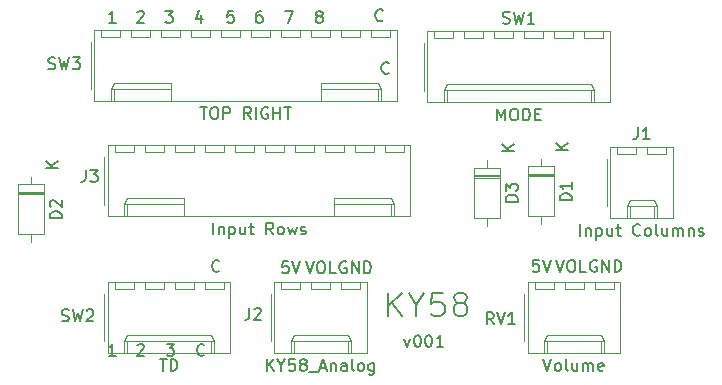
<source format=gbr>
G04 #@! TF.GenerationSoftware,KiCad,Pcbnew,(5.1.5-0-10_14)*
G04 #@! TF.CreationDate,2021-04-18T15:00:39+10:00*
G04 #@! TF.ProjectId,OH - Right Console - 6 - KY-58 Control,4f48202d-2052-4696-9768-7420436f6e73,rev?*
G04 #@! TF.SameCoordinates,Original*
G04 #@! TF.FileFunction,Legend,Top*
G04 #@! TF.FilePolarity,Positive*
%FSLAX46Y46*%
G04 Gerber Fmt 4.6, Leading zero omitted, Abs format (unit mm)*
G04 Created by KiCad (PCBNEW (5.1.5-0-10_14)) date 2021-04-18 15:00:39*
%MOMM*%
%LPD*%
G04 APERTURE LIST*
%ADD10C,0.150000*%
%ADD11C,0.120000*%
G04 APERTURE END LIST*
D10*
X119435523Y-95226142D02*
X119387904Y-95273761D01*
X119245047Y-95321380D01*
X119149809Y-95321380D01*
X119006952Y-95273761D01*
X118911714Y-95178523D01*
X118864095Y-95083285D01*
X118816476Y-94892809D01*
X118816476Y-94749952D01*
X118864095Y-94559476D01*
X118911714Y-94464238D01*
X119006952Y-94369000D01*
X119149809Y-94321380D01*
X119245047Y-94321380D01*
X119387904Y-94369000D01*
X119435523Y-94416619D01*
X105592523Y-116435142D02*
X105544904Y-116482761D01*
X105402047Y-116530380D01*
X105306809Y-116530380D01*
X105163952Y-116482761D01*
X105068714Y-116387523D01*
X105021095Y-116292285D01*
X104973476Y-116101809D01*
X104973476Y-115958952D01*
X105021095Y-115768476D01*
X105068714Y-115673238D01*
X105163952Y-115578000D01*
X105306809Y-115530380D01*
X105402047Y-115530380D01*
X105544904Y-115578000D01*
X105592523Y-115625619D01*
X132651523Y-115530380D02*
X132175333Y-115530380D01*
X132127714Y-116006571D01*
X132175333Y-115958952D01*
X132270571Y-115911333D01*
X132508666Y-115911333D01*
X132603904Y-115958952D01*
X132651523Y-116006571D01*
X132699142Y-116101809D01*
X132699142Y-116339904D01*
X132651523Y-116435142D01*
X132603904Y-116482761D01*
X132508666Y-116530380D01*
X132270571Y-116530380D01*
X132175333Y-116482761D01*
X132127714Y-116435142D01*
X132984857Y-115530380D02*
X133318190Y-116530380D01*
X133651523Y-115530380D01*
X137541095Y-115578000D02*
X137445857Y-115530380D01*
X137303000Y-115530380D01*
X137160142Y-115578000D01*
X137064904Y-115673238D01*
X137017285Y-115768476D01*
X136969666Y-115958952D01*
X136969666Y-116101809D01*
X137017285Y-116292285D01*
X137064904Y-116387523D01*
X137160142Y-116482761D01*
X137303000Y-116530380D01*
X137398238Y-116530380D01*
X137541095Y-116482761D01*
X137588714Y-116435142D01*
X137588714Y-116101809D01*
X137398238Y-116101809D01*
X138017285Y-116530380D02*
X138017285Y-115530380D01*
X138588714Y-116530380D01*
X138588714Y-115530380D01*
X139064904Y-116530380D02*
X139064904Y-115530380D01*
X139303000Y-115530380D01*
X139445857Y-115578000D01*
X139541095Y-115673238D01*
X139588714Y-115768476D01*
X139636333Y-115958952D01*
X139636333Y-116101809D01*
X139588714Y-116292285D01*
X139541095Y-116387523D01*
X139445857Y-116482761D01*
X139303000Y-116530380D01*
X139064904Y-116530380D01*
X134120095Y-115530380D02*
X134453428Y-116530380D01*
X134786761Y-115530380D01*
X135310571Y-115530380D02*
X135501047Y-115530380D01*
X135596285Y-115578000D01*
X135691523Y-115673238D01*
X135739142Y-115863714D01*
X135739142Y-116197047D01*
X135691523Y-116387523D01*
X135596285Y-116482761D01*
X135501047Y-116530380D01*
X135310571Y-116530380D01*
X135215333Y-116482761D01*
X135120095Y-116387523D01*
X135072476Y-116197047D01*
X135072476Y-115863714D01*
X135120095Y-115673238D01*
X135215333Y-115578000D01*
X135310571Y-115530380D01*
X136643904Y-116530380D02*
X136167714Y-116530380D01*
X136167714Y-115530380D01*
X116332095Y-115705000D02*
X116236857Y-115657380D01*
X116094000Y-115657380D01*
X115951142Y-115705000D01*
X115855904Y-115800238D01*
X115808285Y-115895476D01*
X115760666Y-116085952D01*
X115760666Y-116228809D01*
X115808285Y-116419285D01*
X115855904Y-116514523D01*
X115951142Y-116609761D01*
X116094000Y-116657380D01*
X116189238Y-116657380D01*
X116332095Y-116609761D01*
X116379714Y-116562142D01*
X116379714Y-116228809D01*
X116189238Y-116228809D01*
X116808285Y-116657380D02*
X116808285Y-115657380D01*
X117379714Y-116657380D01*
X117379714Y-115657380D01*
X117855904Y-116657380D02*
X117855904Y-115657380D01*
X118094000Y-115657380D01*
X118236857Y-115705000D01*
X118332095Y-115800238D01*
X118379714Y-115895476D01*
X118427333Y-116085952D01*
X118427333Y-116228809D01*
X118379714Y-116419285D01*
X118332095Y-116514523D01*
X118236857Y-116609761D01*
X118094000Y-116657380D01*
X117855904Y-116657380D01*
X112911095Y-115657380D02*
X113244428Y-116657380D01*
X113577761Y-115657380D01*
X114101571Y-115657380D02*
X114292047Y-115657380D01*
X114387285Y-115705000D01*
X114482523Y-115800238D01*
X114530142Y-115990714D01*
X114530142Y-116324047D01*
X114482523Y-116514523D01*
X114387285Y-116609761D01*
X114292047Y-116657380D01*
X114101571Y-116657380D01*
X114006333Y-116609761D01*
X113911095Y-116514523D01*
X113863476Y-116324047D01*
X113863476Y-115990714D01*
X113911095Y-115800238D01*
X114006333Y-115705000D01*
X114101571Y-115657380D01*
X115434904Y-116657380D02*
X114958714Y-116657380D01*
X114958714Y-115657380D01*
X111442523Y-115657380D02*
X110966333Y-115657380D01*
X110918714Y-116133571D01*
X110966333Y-116085952D01*
X111061571Y-116038333D01*
X111299666Y-116038333D01*
X111394904Y-116085952D01*
X111442523Y-116133571D01*
X111490142Y-116228809D01*
X111490142Y-116466904D01*
X111442523Y-116562142D01*
X111394904Y-116609761D01*
X111299666Y-116657380D01*
X111061571Y-116657380D01*
X110966333Y-116609761D01*
X110918714Y-116562142D01*
X111775857Y-115657380D02*
X112109190Y-116657380D01*
X112442523Y-115657380D01*
X113950761Y-94876952D02*
X113855523Y-94829333D01*
X113807904Y-94781714D01*
X113760285Y-94686476D01*
X113760285Y-94638857D01*
X113807904Y-94543619D01*
X113855523Y-94496000D01*
X113950761Y-94448380D01*
X114141238Y-94448380D01*
X114236476Y-94496000D01*
X114284095Y-94543619D01*
X114331714Y-94638857D01*
X114331714Y-94686476D01*
X114284095Y-94781714D01*
X114236476Y-94829333D01*
X114141238Y-94876952D01*
X113950761Y-94876952D01*
X113855523Y-94924571D01*
X113807904Y-94972190D01*
X113760285Y-95067428D01*
X113760285Y-95257904D01*
X113807904Y-95353142D01*
X113855523Y-95400761D01*
X113950761Y-95448380D01*
X114141238Y-95448380D01*
X114236476Y-95400761D01*
X114284095Y-95353142D01*
X114331714Y-95257904D01*
X114331714Y-95067428D01*
X114284095Y-94972190D01*
X114236476Y-94924571D01*
X114141238Y-94876952D01*
X111172666Y-94448380D02*
X111839333Y-94448380D01*
X111410761Y-95448380D01*
X109156476Y-94448380D02*
X108966000Y-94448380D01*
X108870761Y-94496000D01*
X108823142Y-94543619D01*
X108727904Y-94686476D01*
X108680285Y-94876952D01*
X108680285Y-95257904D01*
X108727904Y-95353142D01*
X108775523Y-95400761D01*
X108870761Y-95448380D01*
X109061238Y-95448380D01*
X109156476Y-95400761D01*
X109204095Y-95353142D01*
X109251714Y-95257904D01*
X109251714Y-95019809D01*
X109204095Y-94924571D01*
X109156476Y-94876952D01*
X109061238Y-94829333D01*
X108870761Y-94829333D01*
X108775523Y-94876952D01*
X108727904Y-94924571D01*
X108680285Y-95019809D01*
X106791095Y-94448380D02*
X106314904Y-94448380D01*
X106267285Y-94924571D01*
X106314904Y-94876952D01*
X106410142Y-94829333D01*
X106648238Y-94829333D01*
X106743476Y-94876952D01*
X106791095Y-94924571D01*
X106838714Y-95019809D01*
X106838714Y-95257904D01*
X106791095Y-95353142D01*
X106743476Y-95400761D01*
X106648238Y-95448380D01*
X106410142Y-95448380D01*
X106314904Y-95400761D01*
X106267285Y-95353142D01*
X104076476Y-94781714D02*
X104076476Y-95448380D01*
X103838380Y-94400761D02*
X103600285Y-95115047D01*
X104219333Y-95115047D01*
X101012666Y-94448380D02*
X101631714Y-94448380D01*
X101298380Y-94829333D01*
X101441238Y-94829333D01*
X101536476Y-94876952D01*
X101584095Y-94924571D01*
X101631714Y-95019809D01*
X101631714Y-95257904D01*
X101584095Y-95353142D01*
X101536476Y-95400761D01*
X101441238Y-95448380D01*
X101155523Y-95448380D01*
X101060285Y-95400761D01*
X101012666Y-95353142D01*
X98647285Y-94543619D02*
X98694904Y-94496000D01*
X98790142Y-94448380D01*
X99028238Y-94448380D01*
X99123476Y-94496000D01*
X99171095Y-94543619D01*
X99218714Y-94638857D01*
X99218714Y-94734095D01*
X99171095Y-94876952D01*
X98599666Y-95448380D01*
X99218714Y-95448380D01*
X96805714Y-95448380D02*
X96234285Y-95448380D01*
X96520000Y-95448380D02*
X96520000Y-94448380D01*
X96424761Y-94591238D01*
X96329523Y-94686476D01*
X96234285Y-94734095D01*
X101139666Y-122642380D02*
X101758714Y-122642380D01*
X101425380Y-123023333D01*
X101568238Y-123023333D01*
X101663476Y-123070952D01*
X101711095Y-123118571D01*
X101758714Y-123213809D01*
X101758714Y-123451904D01*
X101711095Y-123547142D01*
X101663476Y-123594761D01*
X101568238Y-123642380D01*
X101282523Y-123642380D01*
X101187285Y-123594761D01*
X101139666Y-123547142D01*
X98647285Y-122737619D02*
X98694904Y-122690000D01*
X98790142Y-122642380D01*
X99028238Y-122642380D01*
X99123476Y-122690000D01*
X99171095Y-122737619D01*
X99218714Y-122832857D01*
X99218714Y-122928095D01*
X99171095Y-123070952D01*
X98599666Y-123642380D01*
X99218714Y-123642380D01*
X96805714Y-123642380D02*
X96234285Y-123642380D01*
X96520000Y-123642380D02*
X96520000Y-122642380D01*
X96424761Y-122785238D01*
X96329523Y-122880476D01*
X96234285Y-122928095D01*
X104322523Y-123547142D02*
X104274904Y-123594761D01*
X104132047Y-123642380D01*
X104036809Y-123642380D01*
X103893952Y-123594761D01*
X103798714Y-123499523D01*
X103751095Y-123404285D01*
X103703476Y-123213809D01*
X103703476Y-123070952D01*
X103751095Y-122880476D01*
X103798714Y-122785238D01*
X103893952Y-122690000D01*
X104036809Y-122642380D01*
X104132047Y-122642380D01*
X104274904Y-122690000D01*
X104322523Y-122737619D01*
X119943523Y-99671142D02*
X119895904Y-99718761D01*
X119753047Y-99766380D01*
X119657809Y-99766380D01*
X119514952Y-99718761D01*
X119419714Y-99623523D01*
X119372095Y-99528285D01*
X119324476Y-99337809D01*
X119324476Y-99194952D01*
X119372095Y-99004476D01*
X119419714Y-98909238D01*
X119514952Y-98814000D01*
X119657809Y-98766380D01*
X119753047Y-98766380D01*
X119895904Y-98814000D01*
X119943523Y-98861619D01*
X121269333Y-122213714D02*
X121507428Y-122880380D01*
X121745523Y-122213714D01*
X122316952Y-121880380D02*
X122412190Y-121880380D01*
X122507428Y-121928000D01*
X122555047Y-121975619D01*
X122602666Y-122070857D01*
X122650285Y-122261333D01*
X122650285Y-122499428D01*
X122602666Y-122689904D01*
X122555047Y-122785142D01*
X122507428Y-122832761D01*
X122412190Y-122880380D01*
X122316952Y-122880380D01*
X122221714Y-122832761D01*
X122174095Y-122785142D01*
X122126476Y-122689904D01*
X122078857Y-122499428D01*
X122078857Y-122261333D01*
X122126476Y-122070857D01*
X122174095Y-121975619D01*
X122221714Y-121928000D01*
X122316952Y-121880380D01*
X123269333Y-121880380D02*
X123364571Y-121880380D01*
X123459809Y-121928000D01*
X123507428Y-121975619D01*
X123555047Y-122070857D01*
X123602666Y-122261333D01*
X123602666Y-122499428D01*
X123555047Y-122689904D01*
X123507428Y-122785142D01*
X123459809Y-122832761D01*
X123364571Y-122880380D01*
X123269333Y-122880380D01*
X123174095Y-122832761D01*
X123126476Y-122785142D01*
X123078857Y-122689904D01*
X123031238Y-122499428D01*
X123031238Y-122261333D01*
X123078857Y-122070857D01*
X123126476Y-121975619D01*
X123174095Y-121928000D01*
X123269333Y-121880380D01*
X124555047Y-122880380D02*
X123983619Y-122880380D01*
X124269333Y-122880380D02*
X124269333Y-121880380D01*
X124174095Y-122023238D01*
X124078857Y-122118476D01*
X123983619Y-122166095D01*
X119904285Y-120284761D02*
X119904285Y-118284761D01*
X121047142Y-120284761D02*
X120190000Y-119141904D01*
X121047142Y-118284761D02*
X119904285Y-119427619D01*
X122285238Y-119332380D02*
X122285238Y-120284761D01*
X121618571Y-118284761D02*
X122285238Y-119332380D01*
X122951904Y-118284761D01*
X124570952Y-118284761D02*
X123618571Y-118284761D01*
X123523333Y-119237142D01*
X123618571Y-119141904D01*
X123809047Y-119046666D01*
X124285238Y-119046666D01*
X124475714Y-119141904D01*
X124570952Y-119237142D01*
X124666190Y-119427619D01*
X124666190Y-119903809D01*
X124570952Y-120094285D01*
X124475714Y-120189523D01*
X124285238Y-120284761D01*
X123809047Y-120284761D01*
X123618571Y-120189523D01*
X123523333Y-120094285D01*
X125809047Y-119141904D02*
X125618571Y-119046666D01*
X125523333Y-118951428D01*
X125428095Y-118760952D01*
X125428095Y-118665714D01*
X125523333Y-118475238D01*
X125618571Y-118380000D01*
X125809047Y-118284761D01*
X126190000Y-118284761D01*
X126380476Y-118380000D01*
X126475714Y-118475238D01*
X126570952Y-118665714D01*
X126570952Y-118760952D01*
X126475714Y-118951428D01*
X126380476Y-119046666D01*
X126190000Y-119141904D01*
X125809047Y-119141904D01*
X125618571Y-119237142D01*
X125523333Y-119332380D01*
X125428095Y-119522857D01*
X125428095Y-119903809D01*
X125523333Y-120094285D01*
X125618571Y-120189523D01*
X125809047Y-120284761D01*
X126190000Y-120284761D01*
X126380476Y-120189523D01*
X126475714Y-120094285D01*
X126570952Y-119903809D01*
X126570952Y-119522857D01*
X126475714Y-119332380D01*
X126380476Y-119237142D01*
X126190000Y-119141904D01*
D11*
X120053000Y-96630000D02*
X120053000Y-96030000D01*
X118453000Y-96630000D02*
X120053000Y-96630000D01*
X118453000Y-96030000D02*
X118453000Y-96630000D01*
X117513000Y-96630000D02*
X117513000Y-96030000D01*
X115913000Y-96630000D02*
X117513000Y-96630000D01*
X115913000Y-96030000D02*
X115913000Y-96630000D01*
X114973000Y-96630000D02*
X114973000Y-96030000D01*
X113373000Y-96630000D02*
X114973000Y-96630000D01*
X113373000Y-96030000D02*
X113373000Y-96630000D01*
X112433000Y-96630000D02*
X112433000Y-96030000D01*
X110833000Y-96630000D02*
X112433000Y-96630000D01*
X110833000Y-96030000D02*
X110833000Y-96630000D01*
X109893000Y-96630000D02*
X109893000Y-96030000D01*
X108293000Y-96630000D02*
X109893000Y-96630000D01*
X108293000Y-96030000D02*
X108293000Y-96630000D01*
X107353000Y-96630000D02*
X107353000Y-96030000D01*
X105753000Y-96630000D02*
X107353000Y-96630000D01*
X105753000Y-96030000D02*
X105753000Y-96630000D01*
X104813000Y-96630000D02*
X104813000Y-96030000D01*
X103213000Y-96630000D02*
X104813000Y-96630000D01*
X103213000Y-96030000D02*
X103213000Y-96630000D01*
X102273000Y-96630000D02*
X102273000Y-96030000D01*
X100673000Y-96630000D02*
X102273000Y-96630000D01*
X100673000Y-96030000D02*
X100673000Y-96630000D01*
X99733000Y-96630000D02*
X99733000Y-96030000D01*
X98133000Y-96630000D02*
X99733000Y-96630000D01*
X98133000Y-96030000D02*
X98133000Y-96630000D01*
X97193000Y-96630000D02*
X97193000Y-96030000D01*
X95593000Y-96630000D02*
X97193000Y-96630000D01*
X95593000Y-96030000D02*
X95593000Y-96630000D01*
X119003000Y-102050000D02*
X119003000Y-101050000D01*
X114173000Y-100520000D02*
X114173000Y-101050000D01*
X119003000Y-100520000D02*
X114173000Y-100520000D01*
X119253000Y-101050000D02*
X119003000Y-100520000D01*
X114173000Y-101050000D02*
X114173000Y-102050000D01*
X119253000Y-101050000D02*
X114173000Y-101050000D01*
X119253000Y-102050000D02*
X119253000Y-101050000D01*
X96643000Y-102050000D02*
X96643000Y-101050000D01*
X101473000Y-100520000D02*
X101473000Y-101050000D01*
X96643000Y-100520000D02*
X101473000Y-100520000D01*
X96393000Y-101050000D02*
X96643000Y-100520000D01*
X101473000Y-101050000D02*
X101473000Y-102050000D01*
X96393000Y-101050000D02*
X101473000Y-101050000D01*
X96393000Y-102050000D02*
X96393000Y-101050000D01*
X94723000Y-97060000D02*
X94723000Y-101060000D01*
X120633000Y-96030000D02*
X95013000Y-96030000D01*
X120633000Y-102050000D02*
X120633000Y-96030000D01*
X95013000Y-102050000D02*
X120633000Y-102050000D01*
X95013000Y-96030000D02*
X95013000Y-102050000D01*
X105956000Y-117966000D02*
X105956000Y-117366000D01*
X104356000Y-117966000D02*
X105956000Y-117966000D01*
X104356000Y-117366000D02*
X104356000Y-117966000D01*
X103416000Y-117966000D02*
X103416000Y-117366000D01*
X101816000Y-117966000D02*
X103416000Y-117966000D01*
X101816000Y-117366000D02*
X101816000Y-117966000D01*
X100876000Y-117966000D02*
X100876000Y-117366000D01*
X99276000Y-117966000D02*
X100876000Y-117966000D01*
X99276000Y-117366000D02*
X99276000Y-117966000D01*
X98336000Y-117966000D02*
X98336000Y-117366000D01*
X96736000Y-117966000D02*
X98336000Y-117966000D01*
X96736000Y-117366000D02*
X96736000Y-117966000D01*
X104906000Y-123386000D02*
X104906000Y-122386000D01*
X97786000Y-123386000D02*
X97786000Y-122386000D01*
X104906000Y-121856000D02*
X105156000Y-122386000D01*
X97786000Y-121856000D02*
X104906000Y-121856000D01*
X97536000Y-122386000D02*
X97786000Y-121856000D01*
X105156000Y-122386000D02*
X105156000Y-123386000D01*
X97536000Y-122386000D02*
X105156000Y-122386000D01*
X97536000Y-123386000D02*
X97536000Y-122386000D01*
X95866000Y-118396000D02*
X95866000Y-122396000D01*
X106536000Y-117366000D02*
X96156000Y-117366000D01*
X106536000Y-123386000D02*
X106536000Y-117366000D01*
X96156000Y-123386000D02*
X106536000Y-123386000D01*
X96156000Y-117366000D02*
X96156000Y-123386000D01*
X138087000Y-96757000D02*
X138087000Y-96157000D01*
X136487000Y-96757000D02*
X138087000Y-96757000D01*
X136487000Y-96157000D02*
X136487000Y-96757000D01*
X135547000Y-96757000D02*
X135547000Y-96157000D01*
X133947000Y-96757000D02*
X135547000Y-96757000D01*
X133947000Y-96157000D02*
X133947000Y-96757000D01*
X133007000Y-96757000D02*
X133007000Y-96157000D01*
X131407000Y-96757000D02*
X133007000Y-96757000D01*
X131407000Y-96157000D02*
X131407000Y-96757000D01*
X130467000Y-96757000D02*
X130467000Y-96157000D01*
X128867000Y-96757000D02*
X130467000Y-96757000D01*
X128867000Y-96157000D02*
X128867000Y-96757000D01*
X127927000Y-96757000D02*
X127927000Y-96157000D01*
X126327000Y-96757000D02*
X127927000Y-96757000D01*
X126327000Y-96157000D02*
X126327000Y-96757000D01*
X125387000Y-96757000D02*
X125387000Y-96157000D01*
X123787000Y-96757000D02*
X125387000Y-96757000D01*
X123787000Y-96157000D02*
X123787000Y-96757000D01*
X137037000Y-102177000D02*
X137037000Y-101177000D01*
X124837000Y-102177000D02*
X124837000Y-101177000D01*
X137037000Y-100647000D02*
X137287000Y-101177000D01*
X124837000Y-100647000D02*
X137037000Y-100647000D01*
X124587000Y-101177000D02*
X124837000Y-100647000D01*
X137287000Y-101177000D02*
X137287000Y-102177000D01*
X124587000Y-101177000D02*
X137287000Y-101177000D01*
X124587000Y-102177000D02*
X124587000Y-101177000D01*
X122917000Y-97187000D02*
X122917000Y-101187000D01*
X138667000Y-96157000D02*
X123207000Y-96157000D01*
X138667000Y-102177000D02*
X138667000Y-96157000D01*
X123207000Y-102177000D02*
X138667000Y-102177000D01*
X123207000Y-96157000D02*
X123207000Y-102177000D01*
X138976000Y-117966000D02*
X138976000Y-117366000D01*
X137376000Y-117966000D02*
X138976000Y-117966000D01*
X137376000Y-117366000D02*
X137376000Y-117966000D01*
X136436000Y-117966000D02*
X136436000Y-117366000D01*
X134836000Y-117966000D02*
X136436000Y-117966000D01*
X134836000Y-117366000D02*
X134836000Y-117966000D01*
X133896000Y-117966000D02*
X133896000Y-117366000D01*
X132296000Y-117966000D02*
X133896000Y-117966000D01*
X132296000Y-117366000D02*
X132296000Y-117966000D01*
X137926000Y-123386000D02*
X137926000Y-122386000D01*
X133346000Y-123386000D02*
X133346000Y-122386000D01*
X137926000Y-121856000D02*
X138176000Y-122386000D01*
X133346000Y-121856000D02*
X137926000Y-121856000D01*
X133096000Y-122386000D02*
X133346000Y-121856000D01*
X138176000Y-122386000D02*
X138176000Y-123386000D01*
X133096000Y-122386000D02*
X138176000Y-122386000D01*
X133096000Y-123386000D02*
X133096000Y-122386000D01*
X131426000Y-118396000D02*
X131426000Y-122396000D01*
X139556000Y-117366000D02*
X131716000Y-117366000D01*
X139556000Y-123386000D02*
X139556000Y-117366000D01*
X131716000Y-123386000D02*
X139556000Y-123386000D01*
X131716000Y-117366000D02*
X131716000Y-123386000D01*
X121196000Y-106409000D02*
X121196000Y-105809000D01*
X119596000Y-106409000D02*
X121196000Y-106409000D01*
X119596000Y-105809000D02*
X119596000Y-106409000D01*
X118656000Y-106409000D02*
X118656000Y-105809000D01*
X117056000Y-106409000D02*
X118656000Y-106409000D01*
X117056000Y-105809000D02*
X117056000Y-106409000D01*
X116116000Y-106409000D02*
X116116000Y-105809000D01*
X114516000Y-106409000D02*
X116116000Y-106409000D01*
X114516000Y-105809000D02*
X114516000Y-106409000D01*
X113576000Y-106409000D02*
X113576000Y-105809000D01*
X111976000Y-106409000D02*
X113576000Y-106409000D01*
X111976000Y-105809000D02*
X111976000Y-106409000D01*
X111036000Y-106409000D02*
X111036000Y-105809000D01*
X109436000Y-106409000D02*
X111036000Y-106409000D01*
X109436000Y-105809000D02*
X109436000Y-106409000D01*
X108496000Y-106409000D02*
X108496000Y-105809000D01*
X106896000Y-106409000D02*
X108496000Y-106409000D01*
X106896000Y-105809000D02*
X106896000Y-106409000D01*
X105956000Y-106409000D02*
X105956000Y-105809000D01*
X104356000Y-106409000D02*
X105956000Y-106409000D01*
X104356000Y-105809000D02*
X104356000Y-106409000D01*
X103416000Y-106409000D02*
X103416000Y-105809000D01*
X101816000Y-106409000D02*
X103416000Y-106409000D01*
X101816000Y-105809000D02*
X101816000Y-106409000D01*
X100876000Y-106409000D02*
X100876000Y-105809000D01*
X99276000Y-106409000D02*
X100876000Y-106409000D01*
X99276000Y-105809000D02*
X99276000Y-106409000D01*
X98336000Y-106409000D02*
X98336000Y-105809000D01*
X96736000Y-106409000D02*
X98336000Y-106409000D01*
X96736000Y-105809000D02*
X96736000Y-106409000D01*
X120146000Y-111829000D02*
X120146000Y-110829000D01*
X115316000Y-110299000D02*
X115316000Y-110829000D01*
X120146000Y-110299000D02*
X115316000Y-110299000D01*
X120396000Y-110829000D02*
X120146000Y-110299000D01*
X115316000Y-110829000D02*
X115316000Y-111829000D01*
X120396000Y-110829000D02*
X115316000Y-110829000D01*
X120396000Y-111829000D02*
X120396000Y-110829000D01*
X97786000Y-111829000D02*
X97786000Y-110829000D01*
X102616000Y-110299000D02*
X102616000Y-110829000D01*
X97786000Y-110299000D02*
X102616000Y-110299000D01*
X97536000Y-110829000D02*
X97786000Y-110299000D01*
X102616000Y-110829000D02*
X102616000Y-111829000D01*
X97536000Y-110829000D02*
X102616000Y-110829000D01*
X97536000Y-111829000D02*
X97536000Y-110829000D01*
X95866000Y-106839000D02*
X95866000Y-110839000D01*
X121776000Y-105809000D02*
X96156000Y-105809000D01*
X121776000Y-111829000D02*
X121776000Y-105809000D01*
X96156000Y-111829000D02*
X121776000Y-111829000D01*
X96156000Y-105809000D02*
X96156000Y-111829000D01*
X117513000Y-117966000D02*
X117513000Y-117366000D01*
X115913000Y-117966000D02*
X117513000Y-117966000D01*
X115913000Y-117366000D02*
X115913000Y-117966000D01*
X114973000Y-117966000D02*
X114973000Y-117366000D01*
X113373000Y-117966000D02*
X114973000Y-117966000D01*
X113373000Y-117366000D02*
X113373000Y-117966000D01*
X112433000Y-117966000D02*
X112433000Y-117366000D01*
X110833000Y-117966000D02*
X112433000Y-117966000D01*
X110833000Y-117366000D02*
X110833000Y-117966000D01*
X116463000Y-123386000D02*
X116463000Y-122386000D01*
X111883000Y-123386000D02*
X111883000Y-122386000D01*
X116463000Y-121856000D02*
X116713000Y-122386000D01*
X111883000Y-121856000D02*
X116463000Y-121856000D01*
X111633000Y-122386000D02*
X111883000Y-121856000D01*
X116713000Y-122386000D02*
X116713000Y-123386000D01*
X111633000Y-122386000D02*
X116713000Y-122386000D01*
X111633000Y-123386000D02*
X111633000Y-122386000D01*
X109963000Y-118396000D02*
X109963000Y-122396000D01*
X118093000Y-117366000D02*
X110253000Y-117366000D01*
X118093000Y-123386000D02*
X118093000Y-117366000D01*
X110253000Y-123386000D02*
X118093000Y-123386000D01*
X110253000Y-117366000D02*
X110253000Y-123386000D01*
X143421000Y-106536000D02*
X143421000Y-105936000D01*
X141821000Y-106536000D02*
X143421000Y-106536000D01*
X141821000Y-105936000D02*
X141821000Y-106536000D01*
X140881000Y-106536000D02*
X140881000Y-105936000D01*
X139281000Y-106536000D02*
X140881000Y-106536000D01*
X139281000Y-105936000D02*
X139281000Y-106536000D01*
X142371000Y-111956000D02*
X142371000Y-110956000D01*
X140331000Y-111956000D02*
X140331000Y-110956000D01*
X142371000Y-110426000D02*
X142621000Y-110956000D01*
X140331000Y-110426000D02*
X142371000Y-110426000D01*
X140081000Y-110956000D02*
X140331000Y-110426000D01*
X142621000Y-110956000D02*
X142621000Y-111956000D01*
X140081000Y-110956000D02*
X142621000Y-110956000D01*
X140081000Y-111956000D02*
X140081000Y-110956000D01*
X138411000Y-106966000D02*
X138411000Y-110966000D01*
X144001000Y-105936000D02*
X138701000Y-105936000D01*
X144001000Y-111956000D02*
X144001000Y-105936000D01*
X138701000Y-111956000D02*
X144001000Y-111956000D01*
X138701000Y-105936000D02*
X138701000Y-111956000D01*
X129390000Y-108335000D02*
X127150000Y-108335000D01*
X129390000Y-108575000D02*
X127150000Y-108575000D01*
X129390000Y-108455000D02*
X127150000Y-108455000D01*
X128270000Y-112625000D02*
X128270000Y-111975000D01*
X128270000Y-107085000D02*
X128270000Y-107735000D01*
X129390000Y-111975000D02*
X129390000Y-107735000D01*
X127150000Y-111975000D02*
X129390000Y-111975000D01*
X127150000Y-107735000D02*
X127150000Y-111975000D01*
X129390000Y-107735000D02*
X127150000Y-107735000D01*
X90782000Y-109732000D02*
X88542000Y-109732000D01*
X90782000Y-109972000D02*
X88542000Y-109972000D01*
X90782000Y-109852000D02*
X88542000Y-109852000D01*
X89662000Y-114022000D02*
X89662000Y-113372000D01*
X89662000Y-108482000D02*
X89662000Y-109132000D01*
X90782000Y-113372000D02*
X90782000Y-109132000D01*
X88542000Y-113372000D02*
X90782000Y-113372000D01*
X88542000Y-109132000D02*
X88542000Y-113372000D01*
X90782000Y-109132000D02*
X88542000Y-109132000D01*
X133962000Y-108208000D02*
X131722000Y-108208000D01*
X133962000Y-108448000D02*
X131722000Y-108448000D01*
X133962000Y-108328000D02*
X131722000Y-108328000D01*
X132842000Y-112498000D02*
X132842000Y-111848000D01*
X132842000Y-106958000D02*
X132842000Y-107608000D01*
X133962000Y-111848000D02*
X133962000Y-107608000D01*
X131722000Y-111848000D02*
X133962000Y-111848000D01*
X131722000Y-107608000D02*
X131722000Y-111848000D01*
X133962000Y-107608000D02*
X131722000Y-107608000D01*
D10*
X91122666Y-99337761D02*
X91265523Y-99385380D01*
X91503619Y-99385380D01*
X91598857Y-99337761D01*
X91646476Y-99290142D01*
X91694095Y-99194904D01*
X91694095Y-99099666D01*
X91646476Y-99004428D01*
X91598857Y-98956809D01*
X91503619Y-98909190D01*
X91313142Y-98861571D01*
X91217904Y-98813952D01*
X91170285Y-98766333D01*
X91122666Y-98671095D01*
X91122666Y-98575857D01*
X91170285Y-98480619D01*
X91217904Y-98433000D01*
X91313142Y-98385380D01*
X91551238Y-98385380D01*
X91694095Y-98433000D01*
X92027428Y-98385380D02*
X92265523Y-99385380D01*
X92456000Y-98671095D01*
X92646476Y-99385380D01*
X92884571Y-98385380D01*
X93170285Y-98385380D02*
X93789333Y-98385380D01*
X93456000Y-98766333D01*
X93598857Y-98766333D01*
X93694095Y-98813952D01*
X93741714Y-98861571D01*
X93789333Y-98956809D01*
X93789333Y-99194904D01*
X93741714Y-99290142D01*
X93694095Y-99337761D01*
X93598857Y-99385380D01*
X93313142Y-99385380D01*
X93217904Y-99337761D01*
X93170285Y-99290142D01*
X103989666Y-102592380D02*
X104561095Y-102592380D01*
X104275380Y-103592380D02*
X104275380Y-102592380D01*
X105084904Y-102592380D02*
X105275380Y-102592380D01*
X105370619Y-102640000D01*
X105465857Y-102735238D01*
X105513476Y-102925714D01*
X105513476Y-103259047D01*
X105465857Y-103449523D01*
X105370619Y-103544761D01*
X105275380Y-103592380D01*
X105084904Y-103592380D01*
X104989666Y-103544761D01*
X104894428Y-103449523D01*
X104846809Y-103259047D01*
X104846809Y-102925714D01*
X104894428Y-102735238D01*
X104989666Y-102640000D01*
X105084904Y-102592380D01*
X105942047Y-103592380D02*
X105942047Y-102592380D01*
X106323000Y-102592380D01*
X106418238Y-102640000D01*
X106465857Y-102687619D01*
X106513476Y-102782857D01*
X106513476Y-102925714D01*
X106465857Y-103020952D01*
X106418238Y-103068571D01*
X106323000Y-103116190D01*
X105942047Y-103116190D01*
X108275380Y-103592380D02*
X107942047Y-103116190D01*
X107703952Y-103592380D02*
X107703952Y-102592380D01*
X108084904Y-102592380D01*
X108180142Y-102640000D01*
X108227761Y-102687619D01*
X108275380Y-102782857D01*
X108275380Y-102925714D01*
X108227761Y-103020952D01*
X108180142Y-103068571D01*
X108084904Y-103116190D01*
X107703952Y-103116190D01*
X108703952Y-103592380D02*
X108703952Y-102592380D01*
X109703952Y-102640000D02*
X109608714Y-102592380D01*
X109465857Y-102592380D01*
X109323000Y-102640000D01*
X109227761Y-102735238D01*
X109180142Y-102830476D01*
X109132523Y-103020952D01*
X109132523Y-103163809D01*
X109180142Y-103354285D01*
X109227761Y-103449523D01*
X109323000Y-103544761D01*
X109465857Y-103592380D01*
X109561095Y-103592380D01*
X109703952Y-103544761D01*
X109751571Y-103497142D01*
X109751571Y-103163809D01*
X109561095Y-103163809D01*
X110180142Y-103592380D02*
X110180142Y-102592380D01*
X110180142Y-103068571D02*
X110751571Y-103068571D01*
X110751571Y-103592380D02*
X110751571Y-102592380D01*
X111084904Y-102592380D02*
X111656333Y-102592380D01*
X111370619Y-103592380D02*
X111370619Y-102592380D01*
X92265666Y-120673761D02*
X92408523Y-120721380D01*
X92646619Y-120721380D01*
X92741857Y-120673761D01*
X92789476Y-120626142D01*
X92837095Y-120530904D01*
X92837095Y-120435666D01*
X92789476Y-120340428D01*
X92741857Y-120292809D01*
X92646619Y-120245190D01*
X92456142Y-120197571D01*
X92360904Y-120149952D01*
X92313285Y-120102333D01*
X92265666Y-120007095D01*
X92265666Y-119911857D01*
X92313285Y-119816619D01*
X92360904Y-119769000D01*
X92456142Y-119721380D01*
X92694238Y-119721380D01*
X92837095Y-119769000D01*
X93170428Y-119721380D02*
X93408523Y-120721380D01*
X93599000Y-120007095D01*
X93789476Y-120721380D01*
X94027571Y-119721380D01*
X94360904Y-119816619D02*
X94408523Y-119769000D01*
X94503761Y-119721380D01*
X94741857Y-119721380D01*
X94837095Y-119769000D01*
X94884714Y-119816619D01*
X94932333Y-119911857D01*
X94932333Y-120007095D01*
X94884714Y-120149952D01*
X94313285Y-120721380D01*
X94932333Y-120721380D01*
X100560285Y-123928380D02*
X101131714Y-123928380D01*
X100846000Y-124928380D02*
X100846000Y-123928380D01*
X101465047Y-124928380D02*
X101465047Y-123928380D01*
X101703142Y-123928380D01*
X101846000Y-123976000D01*
X101941238Y-124071238D01*
X101988857Y-124166476D01*
X102036476Y-124356952D01*
X102036476Y-124499809D01*
X101988857Y-124690285D01*
X101941238Y-124785523D01*
X101846000Y-124880761D01*
X101703142Y-124928380D01*
X101465047Y-124928380D01*
X129603666Y-95471761D02*
X129746523Y-95519380D01*
X129984619Y-95519380D01*
X130079857Y-95471761D01*
X130127476Y-95424142D01*
X130175095Y-95328904D01*
X130175095Y-95233666D01*
X130127476Y-95138428D01*
X130079857Y-95090809D01*
X129984619Y-95043190D01*
X129794142Y-94995571D01*
X129698904Y-94947952D01*
X129651285Y-94900333D01*
X129603666Y-94805095D01*
X129603666Y-94709857D01*
X129651285Y-94614619D01*
X129698904Y-94567000D01*
X129794142Y-94519380D01*
X130032238Y-94519380D01*
X130175095Y-94567000D01*
X130508428Y-94519380D02*
X130746523Y-95519380D01*
X130937000Y-94805095D01*
X131127476Y-95519380D01*
X131365571Y-94519380D01*
X132270333Y-95519380D02*
X131698904Y-95519380D01*
X131984619Y-95519380D02*
X131984619Y-94519380D01*
X131889380Y-94662238D01*
X131794142Y-94757476D01*
X131698904Y-94805095D01*
X129127476Y-103719380D02*
X129127476Y-102719380D01*
X129460809Y-103433666D01*
X129794142Y-102719380D01*
X129794142Y-103719380D01*
X130460809Y-102719380D02*
X130651285Y-102719380D01*
X130746523Y-102767000D01*
X130841761Y-102862238D01*
X130889380Y-103052714D01*
X130889380Y-103386047D01*
X130841761Y-103576523D01*
X130746523Y-103671761D01*
X130651285Y-103719380D01*
X130460809Y-103719380D01*
X130365571Y-103671761D01*
X130270333Y-103576523D01*
X130222714Y-103386047D01*
X130222714Y-103052714D01*
X130270333Y-102862238D01*
X130365571Y-102767000D01*
X130460809Y-102719380D01*
X131317952Y-103719380D02*
X131317952Y-102719380D01*
X131556047Y-102719380D01*
X131698904Y-102767000D01*
X131794142Y-102862238D01*
X131841761Y-102957476D01*
X131889380Y-103147952D01*
X131889380Y-103290809D01*
X131841761Y-103481285D01*
X131794142Y-103576523D01*
X131698904Y-103671761D01*
X131556047Y-103719380D01*
X131317952Y-103719380D01*
X132317952Y-103195571D02*
X132651285Y-103195571D01*
X132794142Y-103719380D02*
X132317952Y-103719380D01*
X132317952Y-102719380D01*
X132794142Y-102719380D01*
X128817761Y-120975380D02*
X128484428Y-120499190D01*
X128246333Y-120975380D02*
X128246333Y-119975380D01*
X128627285Y-119975380D01*
X128722523Y-120023000D01*
X128770142Y-120070619D01*
X128817761Y-120165857D01*
X128817761Y-120308714D01*
X128770142Y-120403952D01*
X128722523Y-120451571D01*
X128627285Y-120499190D01*
X128246333Y-120499190D01*
X129103476Y-119975380D02*
X129436809Y-120975380D01*
X129770142Y-119975380D01*
X130627285Y-120975380D02*
X130055857Y-120975380D01*
X130341571Y-120975380D02*
X130341571Y-119975380D01*
X130246333Y-120118238D01*
X130151095Y-120213476D01*
X130055857Y-120261095D01*
X133040761Y-123928380D02*
X133374095Y-124928380D01*
X133707428Y-123928380D01*
X134183619Y-124928380D02*
X134088380Y-124880761D01*
X134040761Y-124833142D01*
X133993142Y-124737904D01*
X133993142Y-124452190D01*
X134040761Y-124356952D01*
X134088380Y-124309333D01*
X134183619Y-124261714D01*
X134326476Y-124261714D01*
X134421714Y-124309333D01*
X134469333Y-124356952D01*
X134516952Y-124452190D01*
X134516952Y-124737904D01*
X134469333Y-124833142D01*
X134421714Y-124880761D01*
X134326476Y-124928380D01*
X134183619Y-124928380D01*
X135088380Y-124928380D02*
X134993142Y-124880761D01*
X134945523Y-124785523D01*
X134945523Y-123928380D01*
X135897904Y-124261714D02*
X135897904Y-124928380D01*
X135469333Y-124261714D02*
X135469333Y-124785523D01*
X135516952Y-124880761D01*
X135612190Y-124928380D01*
X135755047Y-124928380D01*
X135850285Y-124880761D01*
X135897904Y-124833142D01*
X136374095Y-124928380D02*
X136374095Y-124261714D01*
X136374095Y-124356952D02*
X136421714Y-124309333D01*
X136516952Y-124261714D01*
X136659809Y-124261714D01*
X136755047Y-124309333D01*
X136802666Y-124404571D01*
X136802666Y-124928380D01*
X136802666Y-124404571D02*
X136850285Y-124309333D01*
X136945523Y-124261714D01*
X137088380Y-124261714D01*
X137183619Y-124309333D01*
X137231238Y-124404571D01*
X137231238Y-124928380D01*
X138088380Y-124880761D02*
X137993142Y-124928380D01*
X137802666Y-124928380D01*
X137707428Y-124880761D01*
X137659809Y-124785523D01*
X137659809Y-124404571D01*
X137707428Y-124309333D01*
X137802666Y-124261714D01*
X137993142Y-124261714D01*
X138088380Y-124309333D01*
X138136000Y-124404571D01*
X138136000Y-124499809D01*
X137659809Y-124595047D01*
X94281666Y-107910380D02*
X94281666Y-108624666D01*
X94234047Y-108767523D01*
X94138809Y-108862761D01*
X93995952Y-108910380D01*
X93900714Y-108910380D01*
X94662619Y-107910380D02*
X95281666Y-107910380D01*
X94948333Y-108291333D01*
X95091190Y-108291333D01*
X95186428Y-108338952D01*
X95234047Y-108386571D01*
X95281666Y-108481809D01*
X95281666Y-108719904D01*
X95234047Y-108815142D01*
X95186428Y-108862761D01*
X95091190Y-108910380D01*
X94805476Y-108910380D01*
X94710238Y-108862761D01*
X94662619Y-108815142D01*
X105061238Y-113371380D02*
X105061238Y-112371380D01*
X105537428Y-112704714D02*
X105537428Y-113371380D01*
X105537428Y-112799952D02*
X105585047Y-112752333D01*
X105680285Y-112704714D01*
X105823142Y-112704714D01*
X105918380Y-112752333D01*
X105966000Y-112847571D01*
X105966000Y-113371380D01*
X106442190Y-112704714D02*
X106442190Y-113704714D01*
X106442190Y-112752333D02*
X106537428Y-112704714D01*
X106727904Y-112704714D01*
X106823142Y-112752333D01*
X106870761Y-112799952D01*
X106918380Y-112895190D01*
X106918380Y-113180904D01*
X106870761Y-113276142D01*
X106823142Y-113323761D01*
X106727904Y-113371380D01*
X106537428Y-113371380D01*
X106442190Y-113323761D01*
X107775523Y-112704714D02*
X107775523Y-113371380D01*
X107346952Y-112704714D02*
X107346952Y-113228523D01*
X107394571Y-113323761D01*
X107489809Y-113371380D01*
X107632666Y-113371380D01*
X107727904Y-113323761D01*
X107775523Y-113276142D01*
X108108857Y-112704714D02*
X108489809Y-112704714D01*
X108251714Y-112371380D02*
X108251714Y-113228523D01*
X108299333Y-113323761D01*
X108394571Y-113371380D01*
X108489809Y-113371380D01*
X110156476Y-113371380D02*
X109823142Y-112895190D01*
X109585047Y-113371380D02*
X109585047Y-112371380D01*
X109966000Y-112371380D01*
X110061238Y-112419000D01*
X110108857Y-112466619D01*
X110156476Y-112561857D01*
X110156476Y-112704714D01*
X110108857Y-112799952D01*
X110061238Y-112847571D01*
X109966000Y-112895190D01*
X109585047Y-112895190D01*
X110727904Y-113371380D02*
X110632666Y-113323761D01*
X110585047Y-113276142D01*
X110537428Y-113180904D01*
X110537428Y-112895190D01*
X110585047Y-112799952D01*
X110632666Y-112752333D01*
X110727904Y-112704714D01*
X110870761Y-112704714D01*
X110966000Y-112752333D01*
X111013619Y-112799952D01*
X111061238Y-112895190D01*
X111061238Y-113180904D01*
X111013619Y-113276142D01*
X110966000Y-113323761D01*
X110870761Y-113371380D01*
X110727904Y-113371380D01*
X111394571Y-112704714D02*
X111585047Y-113371380D01*
X111775523Y-112895190D01*
X111966000Y-113371380D01*
X112156476Y-112704714D01*
X112489809Y-113323761D02*
X112585047Y-113371380D01*
X112775523Y-113371380D01*
X112870761Y-113323761D01*
X112918380Y-113228523D01*
X112918380Y-113180904D01*
X112870761Y-113085666D01*
X112775523Y-113038047D01*
X112632666Y-113038047D01*
X112537428Y-112990428D01*
X112489809Y-112895190D01*
X112489809Y-112847571D01*
X112537428Y-112752333D01*
X112632666Y-112704714D01*
X112775523Y-112704714D01*
X112870761Y-112752333D01*
X108124666Y-119594380D02*
X108124666Y-120308666D01*
X108077047Y-120451523D01*
X107981809Y-120546761D01*
X107838952Y-120594380D01*
X107743714Y-120594380D01*
X108553238Y-119689619D02*
X108600857Y-119642000D01*
X108696095Y-119594380D01*
X108934190Y-119594380D01*
X109029428Y-119642000D01*
X109077047Y-119689619D01*
X109124666Y-119784857D01*
X109124666Y-119880095D01*
X109077047Y-120022952D01*
X108505619Y-120594380D01*
X109124666Y-120594380D01*
X109649190Y-124928380D02*
X109649190Y-123928380D01*
X110220619Y-124928380D02*
X109792047Y-124356952D01*
X110220619Y-123928380D02*
X109649190Y-124499809D01*
X110839666Y-124452190D02*
X110839666Y-124928380D01*
X110506333Y-123928380D02*
X110839666Y-124452190D01*
X111173000Y-123928380D01*
X111982523Y-123928380D02*
X111506333Y-123928380D01*
X111458714Y-124404571D01*
X111506333Y-124356952D01*
X111601571Y-124309333D01*
X111839666Y-124309333D01*
X111934904Y-124356952D01*
X111982523Y-124404571D01*
X112030142Y-124499809D01*
X112030142Y-124737904D01*
X111982523Y-124833142D01*
X111934904Y-124880761D01*
X111839666Y-124928380D01*
X111601571Y-124928380D01*
X111506333Y-124880761D01*
X111458714Y-124833142D01*
X112601571Y-124356952D02*
X112506333Y-124309333D01*
X112458714Y-124261714D01*
X112411095Y-124166476D01*
X112411095Y-124118857D01*
X112458714Y-124023619D01*
X112506333Y-123976000D01*
X112601571Y-123928380D01*
X112792047Y-123928380D01*
X112887285Y-123976000D01*
X112934904Y-124023619D01*
X112982523Y-124118857D01*
X112982523Y-124166476D01*
X112934904Y-124261714D01*
X112887285Y-124309333D01*
X112792047Y-124356952D01*
X112601571Y-124356952D01*
X112506333Y-124404571D01*
X112458714Y-124452190D01*
X112411095Y-124547428D01*
X112411095Y-124737904D01*
X112458714Y-124833142D01*
X112506333Y-124880761D01*
X112601571Y-124928380D01*
X112792047Y-124928380D01*
X112887285Y-124880761D01*
X112934904Y-124833142D01*
X112982523Y-124737904D01*
X112982523Y-124547428D01*
X112934904Y-124452190D01*
X112887285Y-124404571D01*
X112792047Y-124356952D01*
X113173000Y-125023619D02*
X113934904Y-125023619D01*
X114125380Y-124642666D02*
X114601571Y-124642666D01*
X114030142Y-124928380D02*
X114363476Y-123928380D01*
X114696809Y-124928380D01*
X115030142Y-124261714D02*
X115030142Y-124928380D01*
X115030142Y-124356952D02*
X115077761Y-124309333D01*
X115173000Y-124261714D01*
X115315857Y-124261714D01*
X115411095Y-124309333D01*
X115458714Y-124404571D01*
X115458714Y-124928380D01*
X116363476Y-124928380D02*
X116363476Y-124404571D01*
X116315857Y-124309333D01*
X116220619Y-124261714D01*
X116030142Y-124261714D01*
X115934904Y-124309333D01*
X116363476Y-124880761D02*
X116268238Y-124928380D01*
X116030142Y-124928380D01*
X115934904Y-124880761D01*
X115887285Y-124785523D01*
X115887285Y-124690285D01*
X115934904Y-124595047D01*
X116030142Y-124547428D01*
X116268238Y-124547428D01*
X116363476Y-124499809D01*
X116982523Y-124928380D02*
X116887285Y-124880761D01*
X116839666Y-124785523D01*
X116839666Y-123928380D01*
X117506333Y-124928380D02*
X117411095Y-124880761D01*
X117363476Y-124833142D01*
X117315857Y-124737904D01*
X117315857Y-124452190D01*
X117363476Y-124356952D01*
X117411095Y-124309333D01*
X117506333Y-124261714D01*
X117649190Y-124261714D01*
X117744428Y-124309333D01*
X117792047Y-124356952D01*
X117839666Y-124452190D01*
X117839666Y-124737904D01*
X117792047Y-124833142D01*
X117744428Y-124880761D01*
X117649190Y-124928380D01*
X117506333Y-124928380D01*
X118696809Y-124261714D02*
X118696809Y-125071238D01*
X118649190Y-125166476D01*
X118601571Y-125214095D01*
X118506333Y-125261714D01*
X118363476Y-125261714D01*
X118268238Y-125214095D01*
X118696809Y-124880761D02*
X118601571Y-124928380D01*
X118411095Y-124928380D01*
X118315857Y-124880761D01*
X118268238Y-124833142D01*
X118220619Y-124737904D01*
X118220619Y-124452190D01*
X118268238Y-124356952D01*
X118315857Y-124309333D01*
X118411095Y-124261714D01*
X118601571Y-124261714D01*
X118696809Y-124309333D01*
X141017666Y-104298380D02*
X141017666Y-105012666D01*
X140970047Y-105155523D01*
X140874809Y-105250761D01*
X140731952Y-105298380D01*
X140636714Y-105298380D01*
X142017666Y-105298380D02*
X141446238Y-105298380D01*
X141731952Y-105298380D02*
X141731952Y-104298380D01*
X141636714Y-104441238D01*
X141541476Y-104536476D01*
X141446238Y-104584095D01*
X136136714Y-113498380D02*
X136136714Y-112498380D01*
X136612904Y-112831714D02*
X136612904Y-113498380D01*
X136612904Y-112926952D02*
X136660523Y-112879333D01*
X136755761Y-112831714D01*
X136898619Y-112831714D01*
X136993857Y-112879333D01*
X137041476Y-112974571D01*
X137041476Y-113498380D01*
X137517666Y-112831714D02*
X137517666Y-113831714D01*
X137517666Y-112879333D02*
X137612904Y-112831714D01*
X137803380Y-112831714D01*
X137898619Y-112879333D01*
X137946238Y-112926952D01*
X137993857Y-113022190D01*
X137993857Y-113307904D01*
X137946238Y-113403142D01*
X137898619Y-113450761D01*
X137803380Y-113498380D01*
X137612904Y-113498380D01*
X137517666Y-113450761D01*
X138851000Y-112831714D02*
X138851000Y-113498380D01*
X138422428Y-112831714D02*
X138422428Y-113355523D01*
X138470047Y-113450761D01*
X138565285Y-113498380D01*
X138708142Y-113498380D01*
X138803380Y-113450761D01*
X138851000Y-113403142D01*
X139184333Y-112831714D02*
X139565285Y-112831714D01*
X139327190Y-112498380D02*
X139327190Y-113355523D01*
X139374809Y-113450761D01*
X139470047Y-113498380D01*
X139565285Y-113498380D01*
X141231952Y-113403142D02*
X141184333Y-113450761D01*
X141041476Y-113498380D01*
X140946238Y-113498380D01*
X140803380Y-113450761D01*
X140708142Y-113355523D01*
X140660523Y-113260285D01*
X140612904Y-113069809D01*
X140612904Y-112926952D01*
X140660523Y-112736476D01*
X140708142Y-112641238D01*
X140803380Y-112546000D01*
X140946238Y-112498380D01*
X141041476Y-112498380D01*
X141184333Y-112546000D01*
X141231952Y-112593619D01*
X141803380Y-113498380D02*
X141708142Y-113450761D01*
X141660523Y-113403142D01*
X141612904Y-113307904D01*
X141612904Y-113022190D01*
X141660523Y-112926952D01*
X141708142Y-112879333D01*
X141803380Y-112831714D01*
X141946238Y-112831714D01*
X142041476Y-112879333D01*
X142089095Y-112926952D01*
X142136714Y-113022190D01*
X142136714Y-113307904D01*
X142089095Y-113403142D01*
X142041476Y-113450761D01*
X141946238Y-113498380D01*
X141803380Y-113498380D01*
X142708142Y-113498380D02*
X142612904Y-113450761D01*
X142565285Y-113355523D01*
X142565285Y-112498380D01*
X143517666Y-112831714D02*
X143517666Y-113498380D01*
X143089095Y-112831714D02*
X143089095Y-113355523D01*
X143136714Y-113450761D01*
X143231952Y-113498380D01*
X143374809Y-113498380D01*
X143470047Y-113450761D01*
X143517666Y-113403142D01*
X143993857Y-113498380D02*
X143993857Y-112831714D01*
X143993857Y-112926952D02*
X144041476Y-112879333D01*
X144136714Y-112831714D01*
X144279571Y-112831714D01*
X144374809Y-112879333D01*
X144422428Y-112974571D01*
X144422428Y-113498380D01*
X144422428Y-112974571D02*
X144470047Y-112879333D01*
X144565285Y-112831714D01*
X144708142Y-112831714D01*
X144803380Y-112879333D01*
X144851000Y-112974571D01*
X144851000Y-113498380D01*
X145327190Y-112831714D02*
X145327190Y-113498380D01*
X145327190Y-112926952D02*
X145374809Y-112879333D01*
X145470047Y-112831714D01*
X145612904Y-112831714D01*
X145708142Y-112879333D01*
X145755761Y-112974571D01*
X145755761Y-113498380D01*
X146184333Y-113450761D02*
X146279571Y-113498380D01*
X146470047Y-113498380D01*
X146565285Y-113450761D01*
X146612904Y-113355523D01*
X146612904Y-113307904D01*
X146565285Y-113212666D01*
X146470047Y-113165047D01*
X146327190Y-113165047D01*
X146231952Y-113117428D01*
X146184333Y-113022190D01*
X146184333Y-112974571D01*
X146231952Y-112879333D01*
X146327190Y-112831714D01*
X146470047Y-112831714D01*
X146565285Y-112879333D01*
X130842380Y-110593095D02*
X129842380Y-110593095D01*
X129842380Y-110355000D01*
X129890000Y-110212142D01*
X129985238Y-110116904D01*
X130080476Y-110069285D01*
X130270952Y-110021666D01*
X130413809Y-110021666D01*
X130604285Y-110069285D01*
X130699523Y-110116904D01*
X130794761Y-110212142D01*
X130842380Y-110355000D01*
X130842380Y-110593095D01*
X129842380Y-109688333D02*
X129842380Y-109069285D01*
X130223333Y-109402619D01*
X130223333Y-109259761D01*
X130270952Y-109164523D01*
X130318571Y-109116904D01*
X130413809Y-109069285D01*
X130651904Y-109069285D01*
X130747142Y-109116904D01*
X130794761Y-109164523D01*
X130842380Y-109259761D01*
X130842380Y-109545476D01*
X130794761Y-109640714D01*
X130747142Y-109688333D01*
X130522380Y-106306904D02*
X129522380Y-106306904D01*
X130522380Y-105735476D02*
X129950952Y-106164047D01*
X129522380Y-105735476D02*
X130093809Y-106306904D01*
X92234380Y-111990095D02*
X91234380Y-111990095D01*
X91234380Y-111752000D01*
X91282000Y-111609142D01*
X91377238Y-111513904D01*
X91472476Y-111466285D01*
X91662952Y-111418666D01*
X91805809Y-111418666D01*
X91996285Y-111466285D01*
X92091523Y-111513904D01*
X92186761Y-111609142D01*
X92234380Y-111752000D01*
X92234380Y-111990095D01*
X91329619Y-111037714D02*
X91282000Y-110990095D01*
X91234380Y-110894857D01*
X91234380Y-110656761D01*
X91282000Y-110561523D01*
X91329619Y-110513904D01*
X91424857Y-110466285D01*
X91520095Y-110466285D01*
X91662952Y-110513904D01*
X92234380Y-111085333D01*
X92234380Y-110466285D01*
X91914380Y-107703904D02*
X90914380Y-107703904D01*
X91914380Y-107132476D02*
X91342952Y-107561047D01*
X90914380Y-107132476D02*
X91485809Y-107703904D01*
X135414380Y-110466095D02*
X134414380Y-110466095D01*
X134414380Y-110228000D01*
X134462000Y-110085142D01*
X134557238Y-109989904D01*
X134652476Y-109942285D01*
X134842952Y-109894666D01*
X134985809Y-109894666D01*
X135176285Y-109942285D01*
X135271523Y-109989904D01*
X135366761Y-110085142D01*
X135414380Y-110228000D01*
X135414380Y-110466095D01*
X135414380Y-108942285D02*
X135414380Y-109513714D01*
X135414380Y-109228000D02*
X134414380Y-109228000D01*
X134557238Y-109323238D01*
X134652476Y-109418476D01*
X134700095Y-109513714D01*
X135094380Y-106179904D02*
X134094380Y-106179904D01*
X135094380Y-105608476D02*
X134522952Y-106037047D01*
X134094380Y-105608476D02*
X134665809Y-106179904D01*
M02*

</source>
